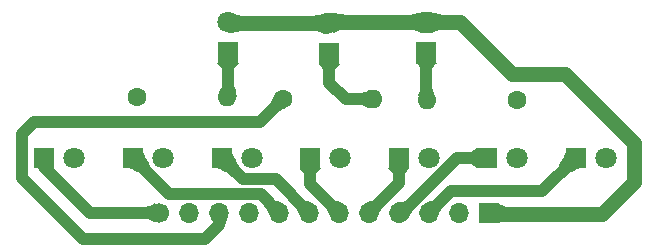
<source format=gbl>
%TF.GenerationSoftware,KiCad,Pcbnew,8.0.1*%
%TF.CreationDate,2024-06-24T19:19:19+02:00*%
%TF.ProjectId,BMW E30 NFL SI Indicator LED,424d5720-4533-4302-904e-464c20534920,rev?*%
%TF.SameCoordinates,Original*%
%TF.FileFunction,Copper,L2,Bot*%
%TF.FilePolarity,Positive*%
%FSLAX46Y46*%
G04 Gerber Fmt 4.6, Leading zero omitted, Abs format (unit mm)*
G04 Created by KiCad (PCBNEW 8.0.1) date 2024-06-24 19:19:19*
%MOMM*%
%LPD*%
G01*
G04 APERTURE LIST*
%TA.AperFunction,ComponentPad*%
%ADD10R,1.800000X1.800000*%
%TD*%
%TA.AperFunction,ComponentPad*%
%ADD11C,1.800000*%
%TD*%
%TA.AperFunction,ComponentPad*%
%ADD12R,1.700000X1.700000*%
%TD*%
%TA.AperFunction,ComponentPad*%
%ADD13O,1.700000X1.700000*%
%TD*%
%TA.AperFunction,ComponentPad*%
%ADD14C,1.700000*%
%TD*%
%TA.AperFunction,ComponentPad*%
%ADD15C,1.600000*%
%TD*%
%TA.AperFunction,ComponentPad*%
%ADD16O,1.600000X1.600000*%
%TD*%
%TA.AperFunction,Conductor*%
%ADD17C,1.300000*%
%TD*%
%TA.AperFunction,Conductor*%
%ADD18C,1.000000*%
%TD*%
%TA.AperFunction,Conductor*%
%ADD19C,0.600000*%
%TD*%
%ADD20C,0.350000*%
G04 APERTURE END LIST*
D10*
%TO.P,D12,1,K*%
%TO.N,Net-(D12-K)*%
X158975000Y-76775000D03*
D11*
%TO.P,D12,2,A*%
%TO.N,Net-(D10-A)*%
X158975000Y-74235000D03*
%TD*%
D10*
%TO.P,D5,1,K*%
%TO.N,Net-(D5-K)*%
X141625000Y-85700000D03*
D11*
%TO.P,D5,2,A*%
%TO.N,Net-(D1-A)*%
X144165000Y-85700000D03*
%TD*%
D10*
%TO.P,D11,1,K*%
%TO.N,Net-(D11-K)*%
X150750000Y-76875000D03*
D11*
%TO.P,D11,2,A*%
%TO.N,Net-(D10-A)*%
X150750000Y-74335000D03*
%TD*%
D10*
%TO.P,D1,1,K*%
%TO.N,Net-(D1-K)*%
X171625000Y-85700000D03*
D11*
%TO.P,D1,2,A*%
%TO.N,Net-(D1-A)*%
X174165000Y-85700000D03*
%TD*%
D10*
%TO.P,D4,1,K*%
%TO.N,Net-(D4-K)*%
X149125000Y-85700000D03*
D11*
%TO.P,D4,2,A*%
%TO.N,Net-(D1-A)*%
X151665000Y-85700000D03*
%TD*%
D10*
%TO.P,D10,1,K*%
%TO.N,Net-(D10-K)*%
X142175000Y-76792000D03*
D11*
%TO.P,D10,2,A*%
%TO.N,Net-(D10-A)*%
X142175000Y-74252000D03*
%TD*%
D10*
%TO.P,D6,1,K*%
%TO.N,Net-(D6-K)*%
X134125000Y-85700000D03*
D11*
%TO.P,D6,2,A*%
%TO.N,Net-(D1-A)*%
X136665000Y-85700000D03*
%TD*%
D10*
%TO.P,D7,1,K*%
%TO.N,Net-(D7-K)*%
X126625000Y-85700000D03*
D11*
%TO.P,D7,2,A*%
%TO.N,Net-(D1-A)*%
X129165000Y-85700000D03*
%TD*%
D10*
%TO.P,D3,1,K*%
%TO.N,Net-(D3-K)*%
X156625000Y-85700000D03*
D11*
%TO.P,D3,2,A*%
%TO.N,Net-(D1-A)*%
X159165000Y-85700000D03*
%TD*%
D12*
%TO.P,J1,1,T15_BULBS*%
%TO.N,Net-(D10-A)*%
X164270000Y-90360000D03*
D13*
%TO.P,J1,2,T15_LEDS*%
%TO.N,Net-(D1-A)*%
X161730000Y-90360000D03*
%TO.P,J1,3,LED_R*%
%TO.N,Net-(D1-K)*%
X159190000Y-90360000D03*
%TO.P,J1,4,LED_Y*%
%TO.N,Net-(D2-K)*%
X156650000Y-90360000D03*
%TO.P,J1,5,LED_G5*%
%TO.N,Net-(D3-K)*%
X154110000Y-90360000D03*
%TO.P,J1,6,LED_G4*%
%TO.N,Net-(D4-K)*%
X151570000Y-90360000D03*
%TO.P,J1,7,LED_G3*%
%TO.N,Net-(D5-K)*%
X149030000Y-90360000D03*
%TO.P,J1,8,LED_G2*%
%TO.N,Net-(D6-K)*%
X146490000Y-90360000D03*
%TO.P,J1,9,BULB_INSP*%
%TO.N,Net-(J1-BULB_INSP)*%
X143950000Y-90360000D03*
%TO.P,J1,10,BULB_TIME*%
%TO.N,Net-(J1-BULB_TIME)*%
X141410000Y-90360000D03*
%TO.P,J1,11,BULB_OIL*%
%TO.N,Net-(J1-BULB_OIL)*%
X138870000Y-90360000D03*
D14*
%TO.P,J1,12,LED_G1*%
%TO.N,Net-(D7-K)*%
X136330000Y-90360000D03*
%TD*%
D10*
%TO.P,D2,1,K*%
%TO.N,Net-(D2-K)*%
X164125000Y-85700000D03*
D11*
%TO.P,D2,2,A*%
%TO.N,Net-(D1-A)*%
X166665000Y-85700000D03*
%TD*%
D15*
%TO.P,R3,1*%
%TO.N,Net-(J1-BULB_INSP)*%
X166600000Y-80790000D03*
D16*
%TO.P,R3,2*%
%TO.N,Net-(D12-K)*%
X158980000Y-80790000D03*
%TD*%
D15*
%TO.P,R2,1*%
%TO.N,Net-(J1-BULB_TIME)*%
X146790000Y-80750000D03*
D16*
%TO.P,R2,2*%
%TO.N,Net-(D11-K)*%
X154410000Y-80750000D03*
%TD*%
D15*
%TO.P,R1,1*%
%TO.N,Net-(J1-BULB_OIL)*%
X134490000Y-80550000D03*
D16*
%TO.P,R1,2*%
%TO.N,Net-(D10-K)*%
X142110000Y-80550000D03*
%TD*%
D17*
%TO.N,Net-(D10-A)*%
X164352000Y-90442000D02*
X164270000Y-90360000D01*
X176506000Y-87775000D02*
X173839000Y-90442000D01*
X176506000Y-84473000D02*
X176506000Y-87775000D01*
X170664000Y-78631000D02*
X176506000Y-84473000D01*
X173839000Y-90442000D02*
X164352000Y-90442000D01*
X161835000Y-74235000D02*
X166231000Y-78631000D01*
X158975000Y-74235000D02*
X161835000Y-74235000D01*
X166231000Y-78631000D02*
X170664000Y-78631000D01*
D18*
%TO.N,Net-(J1-BULB_TIME)*%
X129897000Y-92601000D02*
X140184000Y-92601000D01*
X124690000Y-87394000D02*
X129897000Y-92601000D01*
X124690000Y-83711000D02*
X124690000Y-87394000D01*
X140184000Y-92601000D02*
X141410000Y-91375000D01*
X141410000Y-91375000D02*
X141410000Y-90360000D01*
X125706000Y-82695000D02*
X124690000Y-83711000D01*
X144845000Y-82695000D02*
X125706000Y-82695000D01*
X146790000Y-80750000D02*
X144845000Y-82695000D01*
%TO.N,Net-(D12-K)*%
X158975000Y-80785000D02*
X158980000Y-80790000D01*
X158975000Y-76775000D02*
X158975000Y-80785000D01*
%TO.N,Net-(D1-K)*%
X161012000Y-88537000D02*
X159190000Y-90359000D01*
X171625000Y-85700000D02*
X168788000Y-88537000D01*
D19*
X159190000Y-90359000D02*
X159190000Y-90360000D01*
D18*
X168788000Y-88537000D02*
X161012000Y-88537000D01*
D19*
%TO.N,Net-(D1-A)*%
X167008000Y-85700000D02*
X167008000Y-86075000D01*
D18*
%TO.N,Net-(D2-K)*%
X164125000Y-85700000D02*
X161563000Y-85700000D01*
X156903000Y-90360000D02*
X156650000Y-90360000D01*
X161563000Y-85700000D02*
X156903000Y-90360000D01*
%TO.N,Net-(D3-K)*%
X156625000Y-85700000D02*
X156625000Y-87845000D01*
X156625000Y-87845000D02*
X154110000Y-90360000D01*
%TO.N,Net-(D4-K)*%
X149125000Y-87915000D02*
X151570000Y-90360000D01*
X149125000Y-85700000D02*
X149125000Y-87915000D01*
%TO.N,Net-(D5-K)*%
X143446000Y-87521000D02*
X146191000Y-87521000D01*
X146191000Y-87521000D02*
X149030000Y-90360000D01*
X141625000Y-85700000D02*
X143446000Y-87521000D01*
%TO.N,Net-(D6-K)*%
X134125000Y-85700000D02*
X137216000Y-88791000D01*
X144921000Y-88791000D02*
X146490000Y-90360000D01*
X137216000Y-88791000D02*
X144921000Y-88791000D01*
%TO.N,Net-(D7-K)*%
X126625000Y-85700000D02*
X126625000Y-86525000D01*
X130460000Y-90360000D02*
X136330000Y-90360000D01*
X126625000Y-86525000D02*
X130460000Y-90360000D01*
X136248000Y-90442000D02*
X136330000Y-90360000D01*
D17*
%TO.N,Net-(D10-K)*%
X142175000Y-80485000D02*
X142110000Y-80550000D01*
D18*
X142175000Y-76792000D02*
X142175000Y-80485000D01*
D17*
%TO.N,Net-(D10-A)*%
X158975000Y-74235000D02*
X150850000Y-74235000D01*
X150850000Y-74235000D02*
X150750000Y-74335000D01*
X150750000Y-74335000D02*
X142258000Y-74335000D01*
X142258000Y-74335000D02*
X142175000Y-74252000D01*
D18*
%TO.N,Net-(D11-K)*%
X152150000Y-80750000D02*
X154410000Y-80750000D01*
X150750000Y-79350000D02*
X152150000Y-80750000D01*
X150750000Y-76875000D02*
X150750000Y-79350000D01*
%TD*%
%TA.AperFunction,Conductor*%
%TO.N,Net-(J1-BULB_TIME)*%
G36*
X141526672Y-91965434D02*
G01*
X141765757Y-91700267D01*
X141903027Y-91486373D01*
X141987618Y-91277047D01*
X142068663Y-91025585D01*
X142195298Y-90685281D01*
X141410707Y-90359293D01*
X140624702Y-90685281D01*
X140709983Y-90831700D01*
X140804955Y-90946149D01*
X140876773Y-91044693D01*
X140892592Y-91143398D01*
X140819566Y-91258328D01*
X141526672Y-91965434D01*
G37*
%TD.AperFunction*%
%TD*%
%TA.AperFunction,Conductor*%
%TO.N,Net-(J1-BULB_TIME)*%
G36*
X146238457Y-82008649D02*
G01*
X146419328Y-81836894D01*
X146560114Y-81727869D01*
X146696234Y-81652766D01*
X146863105Y-81582780D01*
X147096147Y-81489104D01*
X146790707Y-80749293D01*
X146050896Y-80443853D01*
X145957219Y-80676894D01*
X145887232Y-80843765D01*
X145812130Y-80979884D01*
X145703104Y-81120671D01*
X145531351Y-81301543D01*
X146238457Y-82008649D01*
G37*
%TD.AperFunction*%
%TD*%
%TA.AperFunction,Conductor*%
%TO.N,Net-(D12-K)*%
G36*
X159475000Y-78175000D02*
G01*
X159554999Y-78036581D01*
X159634999Y-77917371D01*
X159715000Y-77817371D01*
X159795000Y-77736581D01*
X159875000Y-77675000D01*
X158975000Y-76774000D01*
X158075000Y-77675000D01*
X158154999Y-77736581D01*
X158234999Y-77817371D01*
X158315000Y-77917371D01*
X158395000Y-78036581D01*
X158475000Y-78175000D01*
X159475000Y-78175000D01*
G37*
%TD.AperFunction*%
%TD*%
%TA.AperFunction,Conductor*%
%TO.N,Net-(D12-K)*%
G36*
X158475000Y-79510995D02*
G01*
X158469033Y-79759918D01*
X158447736Y-79936454D01*
X158406012Y-80085813D01*
X158338764Y-80253209D01*
X158240896Y-80483853D01*
X158980000Y-80791000D01*
X159719104Y-80483853D01*
X159620020Y-80252900D01*
X159550270Y-80085681D01*
X159505651Y-79936652D01*
X159481962Y-79760270D01*
X159475000Y-79510995D01*
X158475000Y-79510995D01*
G37*
%TD.AperFunction*%
%TD*%
%TA.AperFunction,Conductor*%
%TO.N,Net-(D1-K)*%
G36*
X159790442Y-89051452D02*
G01*
X159596955Y-89230704D01*
X159443642Y-89339450D01*
X159294501Y-89410895D01*
X159113527Y-89478244D01*
X158864719Y-89574702D01*
X159189293Y-90360707D01*
X159975298Y-90685281D01*
X160071666Y-90436313D01*
X160138744Y-90255109D01*
X160209863Y-90105716D01*
X160318354Y-89952182D01*
X160497548Y-89758558D01*
X159790442Y-89051452D01*
G37*
%TD.AperFunction*%
%TD*%
%TA.AperFunction,Conductor*%
%TO.N,Net-(D1-K)*%
G36*
X170725000Y-87307106D02*
G01*
X170979558Y-87117684D01*
X171234116Y-86952263D01*
X171488675Y-86810842D01*
X171743233Y-86693421D01*
X171997792Y-86600000D01*
X171625707Y-85699293D01*
X170725000Y-85327208D01*
X170583578Y-85629766D01*
X170442157Y-85908324D01*
X170300736Y-86162883D01*
X170159315Y-86393441D01*
X170017894Y-86600000D01*
X170725000Y-87307106D01*
G37*
%TD.AperFunction*%
%TD*%
%TA.AperFunction,Conductor*%
%TO.N,Net-(D2-K)*%
G36*
X162725000Y-86200000D02*
G01*
X162825000Y-86241581D01*
X162925000Y-86302371D01*
X163024999Y-86382371D01*
X163124999Y-86481581D01*
X163225000Y-86600000D01*
X164126000Y-85700000D01*
X163225000Y-84800000D01*
X163124999Y-84918418D01*
X163024999Y-85017628D01*
X162925000Y-85097628D01*
X162825000Y-85158418D01*
X162725000Y-85200000D01*
X162725000Y-86200000D01*
G37*
%TD.AperFunction*%
%TD*%
%TA.AperFunction,Conductor*%
%TO.N,Net-(D2-K)*%
G36*
X157352379Y-89203515D02*
G01*
X157145614Y-89370389D01*
X156969121Y-89440845D01*
X156793243Y-89464982D01*
X156588328Y-89492901D01*
X156324719Y-89574702D01*
X156649293Y-90360707D01*
X157251041Y-90961041D01*
X157470086Y-90716829D01*
X157603096Y-90523809D01*
X157707428Y-90347852D01*
X157840439Y-90154831D01*
X158059485Y-89910621D01*
X157352379Y-89203515D01*
G37*
%TD.AperFunction*%
%TD*%
%TA.AperFunction,Conductor*%
%TO.N,Net-(D3-K)*%
G36*
X157125000Y-87100000D02*
G01*
X157204999Y-86961581D01*
X157284999Y-86842371D01*
X157365000Y-86742371D01*
X157445000Y-86661581D01*
X157525000Y-86600000D01*
X156625000Y-85699000D01*
X155725000Y-86600000D01*
X155804999Y-86661581D01*
X155884999Y-86742371D01*
X155965000Y-86842371D01*
X156045000Y-86961581D01*
X156125000Y-87100000D01*
X157125000Y-87100000D01*
G37*
%TD.AperFunction*%
%TD*%
%TA.AperFunction,Conductor*%
%TO.N,Net-(D3-K)*%
G36*
X154711041Y-89051853D02*
G01*
X154517462Y-89231102D01*
X154364024Y-89339742D01*
X154214743Y-89411043D01*
X154033636Y-89478273D01*
X153784719Y-89574702D01*
X154109293Y-90360707D01*
X154895298Y-90685281D01*
X154991726Y-90436363D01*
X155058955Y-90255255D01*
X155130256Y-90105974D01*
X155238897Y-89952537D01*
X155418147Y-89758959D01*
X154711041Y-89051853D01*
G37*
%TD.AperFunction*%
%TD*%
%TA.AperFunction,Conductor*%
%TO.N,Net-(D4-K)*%
G36*
X150261853Y-89758959D02*
G01*
X150441102Y-89952537D01*
X150549742Y-90105974D01*
X150621043Y-90255255D01*
X150688273Y-90436363D01*
X150784702Y-90685281D01*
X151570707Y-90360707D01*
X151895281Y-89574702D01*
X151646363Y-89478273D01*
X151465255Y-89411043D01*
X151315974Y-89339742D01*
X151162537Y-89231102D01*
X150968959Y-89051853D01*
X150261853Y-89758959D01*
G37*
%TD.AperFunction*%
%TD*%
%TA.AperFunction,Conductor*%
%TO.N,Net-(D4-K)*%
G36*
X149625000Y-87100000D02*
G01*
X149704999Y-86961581D01*
X149784999Y-86842371D01*
X149865000Y-86742371D01*
X149945000Y-86661581D01*
X150025000Y-86600000D01*
X149125000Y-85699000D01*
X148225000Y-86600000D01*
X148304999Y-86661581D01*
X148384999Y-86742371D01*
X148465000Y-86842371D01*
X148545000Y-86961581D01*
X148625000Y-87100000D01*
X149625000Y-87100000D01*
G37*
%TD.AperFunction*%
%TD*%
%TA.AperFunction,Conductor*%
%TO.N,Net-(D5-K)*%
G36*
X147721853Y-89758959D02*
G01*
X147901102Y-89952537D01*
X148009742Y-90105974D01*
X148081043Y-90255255D01*
X148148273Y-90436363D01*
X148244702Y-90685281D01*
X149030707Y-90360707D01*
X149355281Y-89574702D01*
X149106363Y-89478273D01*
X148925255Y-89411043D01*
X148775974Y-89339742D01*
X148622537Y-89231102D01*
X148428959Y-89051853D01*
X147721853Y-89758959D01*
G37*
%TD.AperFunction*%
%TD*%
%TA.AperFunction,Conductor*%
%TO.N,Net-(D5-K)*%
G36*
X143232106Y-86600000D02*
G01*
X143090684Y-86393441D01*
X142949263Y-86162883D01*
X142807842Y-85908324D01*
X142666421Y-85629766D01*
X142525000Y-85327208D01*
X141624293Y-85699293D01*
X141252208Y-86600000D01*
X141506766Y-86693421D01*
X141761324Y-86810842D01*
X142015883Y-86952263D01*
X142270441Y-87117684D01*
X142525000Y-87307106D01*
X143232106Y-86600000D01*
G37*
%TD.AperFunction*%
%TD*%
%TA.AperFunction,Conductor*%
%TO.N,Net-(D6-K)*%
G36*
X135732106Y-86600000D02*
G01*
X135590684Y-86393441D01*
X135449263Y-86162883D01*
X135307842Y-85908324D01*
X135166421Y-85629766D01*
X135025000Y-85327208D01*
X134124293Y-85699293D01*
X133752208Y-86600000D01*
X134006766Y-86693421D01*
X134261324Y-86810842D01*
X134515883Y-86952263D01*
X134770441Y-87117684D01*
X135025000Y-87307106D01*
X135732106Y-86600000D01*
G37*
%TD.AperFunction*%
%TD*%
%TA.AperFunction,Conductor*%
%TO.N,Net-(D6-K)*%
G36*
X145181853Y-89758959D02*
G01*
X145361102Y-89952537D01*
X145469742Y-90105974D01*
X145541043Y-90255255D01*
X145608273Y-90436363D01*
X145704702Y-90685281D01*
X146490707Y-90360707D01*
X146815281Y-89574702D01*
X146566363Y-89478273D01*
X146385255Y-89411043D01*
X146235974Y-89339742D01*
X146082537Y-89231102D01*
X145888959Y-89051853D01*
X145181853Y-89758959D01*
G37*
%TD.AperFunction*%
%TD*%
%TA.AperFunction,Conductor*%
%TO.N,Net-(D7-K)*%
G36*
X134980000Y-90860000D02*
G01*
X135243628Y-90870132D01*
X135428946Y-90901808D01*
X135584920Y-90956948D01*
X135760522Y-91037471D01*
X136004719Y-91145298D01*
X136331000Y-90360000D01*
X136004719Y-89574702D01*
X135760522Y-89682527D01*
X135584920Y-89763050D01*
X135428946Y-89818191D01*
X135243628Y-89849867D01*
X134980000Y-89860000D01*
X134980000Y-90860000D01*
G37*
%TD.AperFunction*%
%TD*%
%TA.AperFunction,Conductor*%
%TO.N,Net-(D7-K)*%
G36*
X127407106Y-86600000D02*
G01*
X127430684Y-86592926D01*
X127454263Y-86589390D01*
X127477842Y-86589390D01*
X127501421Y-86592926D01*
X127525000Y-86600000D01*
X126624293Y-85699293D01*
X125981303Y-86600000D01*
X126125042Y-86693421D01*
X126268781Y-86810842D01*
X126412521Y-86952263D01*
X126556260Y-87117684D01*
X126700000Y-87307106D01*
X127407106Y-86600000D01*
G37*
%TD.AperFunction*%
%TD*%
%TA.AperFunction,Conductor*%
%TO.N,Net-(D10-K)*%
G36*
X141675000Y-79282929D02*
G01*
X141661886Y-79531684D01*
X141623496Y-79704790D01*
X141561252Y-79849610D01*
X141476577Y-80013510D01*
X141370896Y-80243853D01*
X142110000Y-80551000D01*
X142910000Y-80550000D01*
X142885560Y-80232654D01*
X142827280Y-80011205D01*
X142757720Y-79821722D01*
X142699440Y-79600273D01*
X142675000Y-79282929D01*
X141675000Y-79282929D01*
G37*
%TD.AperFunction*%
%TD*%
%TA.AperFunction,Conductor*%
%TO.N,Net-(D10-K)*%
G36*
X142675000Y-78192000D02*
G01*
X142754999Y-78053581D01*
X142834999Y-77934371D01*
X142915000Y-77834371D01*
X142995000Y-77753581D01*
X143075000Y-77692000D01*
X142175000Y-76791000D01*
X141275000Y-77692000D01*
X141354999Y-77753581D01*
X141434999Y-77834371D01*
X141515000Y-77934371D01*
X141595000Y-78053581D01*
X141675000Y-78192000D01*
X142675000Y-78192000D01*
G37*
%TD.AperFunction*%
%TD*%
%TA.AperFunction,Conductor*%
%TO.N,Net-(D10-A)*%
G36*
X152130109Y-73585000D02*
G01*
X151786671Y-73569400D01*
X151544357Y-73532200D01*
X151335751Y-73487799D01*
X151093437Y-73450600D01*
X150750000Y-73435000D01*
X150749000Y-74335000D01*
X151094415Y-75166492D01*
X151340991Y-75058358D01*
X151518607Y-74978690D01*
X151676505Y-74924941D01*
X151863925Y-74894560D01*
X152130109Y-74885000D01*
X152130109Y-73585000D01*
G37*
%TD.AperFunction*%
%TD*%
%TA.AperFunction,Conductor*%
%TO.N,Net-(D10-A)*%
G36*
X143558490Y-73685000D02*
G01*
X143292110Y-73677188D01*
X143103783Y-73650984D01*
X142944739Y-73602237D01*
X142766206Y-73526795D01*
X142519415Y-73420508D01*
X142174000Y-74252000D01*
X142175000Y-75152000D01*
X142519551Y-75134632D01*
X142762322Y-75093216D01*
X142971167Y-75043783D01*
X143213938Y-75002368D01*
X143558490Y-74985000D01*
X143558490Y-73685000D01*
G37*
%TD.AperFunction*%
%TD*%
%TA.AperFunction,Conductor*%
%TO.N,Net-(D10-A)*%
G36*
X149350000Y-74985000D02*
G01*
X149700389Y-75011000D01*
X149945194Y-75073000D01*
X150154805Y-75146999D01*
X150399610Y-75209000D01*
X150750000Y-75235000D01*
X150751000Y-74335000D01*
X150750000Y-73435000D01*
X150399610Y-73461000D01*
X150154805Y-73523000D01*
X149945194Y-73596999D01*
X149700389Y-73659000D01*
X149350000Y-73685000D01*
X149350000Y-74985000D01*
G37*
%TD.AperFunction*%
%TD*%
%TA.AperFunction,Conductor*%
%TO.N,Net-(D11-K)*%
G36*
X153130000Y-81250000D02*
G01*
X153379344Y-81256446D01*
X153555987Y-81278904D01*
X153705344Y-81322049D01*
X153872827Y-81390557D01*
X154103853Y-81489104D01*
X154411000Y-80750000D01*
X154103853Y-80010896D01*
X153872827Y-80109442D01*
X153705344Y-80177949D01*
X153555987Y-80221094D01*
X153379344Y-80243552D01*
X153130000Y-80250000D01*
X153130000Y-81250000D01*
G37*
%TD.AperFunction*%
%TD*%
%TA.AperFunction,Conductor*%
%TO.N,Net-(D11-K)*%
G36*
X151250000Y-78275000D02*
G01*
X151329999Y-78136581D01*
X151409999Y-78017371D01*
X151490000Y-77917371D01*
X151570000Y-77836581D01*
X151650000Y-77775000D01*
X150750000Y-76874000D01*
X149850000Y-77775000D01*
X149929999Y-77836581D01*
X150009999Y-77917371D01*
X150090000Y-78017371D01*
X150170000Y-78136581D01*
X150250000Y-78275000D01*
X151250000Y-78275000D01*
G37*
%TD.AperFunction*%
%TD*%
%TA.AperFunction,Conductor*%
%TO.N,Net-(D10-A)*%
G36*
X165620000Y-89792000D02*
G01*
X165519999Y-89769617D01*
X165419999Y-89735234D01*
X165320000Y-89688852D01*
X165220000Y-89630469D01*
X165120000Y-89560087D01*
X164269000Y-90360000D01*
X165120000Y-91210000D01*
X165220000Y-91162400D01*
X165320000Y-91126800D01*
X165419999Y-91103199D01*
X165519999Y-91091599D01*
X165620000Y-91092000D01*
X165620000Y-89792000D01*
G37*
%TD.AperFunction*%
%TD*%
%TA.AperFunction,Conductor*%
%TO.N,Net-(D10-A)*%
G36*
X160375000Y-73585000D02*
G01*
X160024610Y-73559000D01*
X159779805Y-73497000D01*
X159570194Y-73422999D01*
X159325389Y-73361000D01*
X158975000Y-73335000D01*
X158974000Y-74235000D01*
X158975000Y-75135000D01*
X159325389Y-75109000D01*
X159570194Y-75047000D01*
X159779805Y-74972999D01*
X160024610Y-74911000D01*
X160375000Y-74885000D01*
X160375000Y-73585000D01*
G37*
%TD.AperFunction*%
%TD*%
%TA.AperFunction,Conductor*%
%TO.N,Net-(D10-A)*%
G36*
X157575000Y-74885000D02*
G01*
X157925389Y-74911000D01*
X158170194Y-74973000D01*
X158379805Y-75046999D01*
X158624610Y-75109000D01*
X158975000Y-75135000D01*
X158976000Y-74235000D01*
X158975000Y-73335000D01*
X158624610Y-73361000D01*
X158379805Y-73423000D01*
X158170194Y-73496999D01*
X157925389Y-73559000D01*
X157575000Y-73585000D01*
X157575000Y-74885000D01*
G37*
%TD.AperFunction*%
%TD*%
D20*
X158975000Y-76775000D03*
X158975000Y-74235000D03*
X141625000Y-85700000D03*
X144165000Y-85700000D03*
X150750000Y-76875000D03*
X150750000Y-74335000D03*
X171625000Y-85700000D03*
X174165000Y-85700000D03*
X149125000Y-85700000D03*
X151665000Y-85700000D03*
X142175000Y-76792000D03*
X142175000Y-74252000D03*
X134125000Y-85700000D03*
X136665000Y-85700000D03*
X126625000Y-85700000D03*
X129165000Y-85700000D03*
X156625000Y-85700000D03*
X159165000Y-85700000D03*
X164270000Y-90360000D03*
X161730000Y-90360000D03*
X159190000Y-90360000D03*
X156650000Y-90360000D03*
X154110000Y-90360000D03*
X151570000Y-90360000D03*
X149030000Y-90360000D03*
X146490000Y-90360000D03*
X143950000Y-90360000D03*
X141410000Y-90360000D03*
X138870000Y-90360000D03*
X136330000Y-90360000D03*
X164125000Y-85700000D03*
X166665000Y-85700000D03*
X166600000Y-80790000D03*
X158980000Y-80790000D03*
X146790000Y-80750000D03*
X154410000Y-80750000D03*
X134490000Y-80550000D03*
X142110000Y-80550000D03*
M02*

</source>
